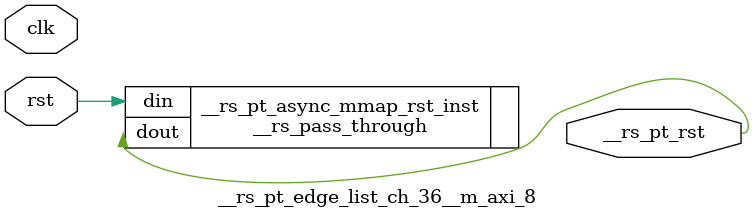
<source format=v>
`timescale 1 ns / 1 ps
/**   Generated by RapidStream   **/
module __rs_pt_edge_list_ch_36__m_axi_8 #(
    parameter BufferSize         = 32,
    parameter BufferSizeLog      = 5,
    parameter AddrWidth          = 64,
    parameter AxiSideAddrWidth   = 64,
    parameter DataWidth          = 512,
    parameter DataWidthBytesLog  = 6,
    parameter WaitTimeWidth      = 4,
    parameter BurstLenWidth      = 8,
    parameter EnableReadChannel  = 1,
    parameter EnableWriteChannel = 1,
    parameter MaxWaitTime        = 3,
    parameter MaxBurstLen        = 15
) (
    output wire __rs_pt_rst,
    input wire  clk,
    input wire  rst
);




__rs_pass_through #(
    .WIDTH (1)
) __rs_pt_async_mmap_rst_inst /**   Generated by RapidStream   **/ (
    .din  (rst),
    .dout (__rs_pt_rst)
);

endmodule  // __rs_pt_edge_list_ch_36__m_axi_8
</source>
